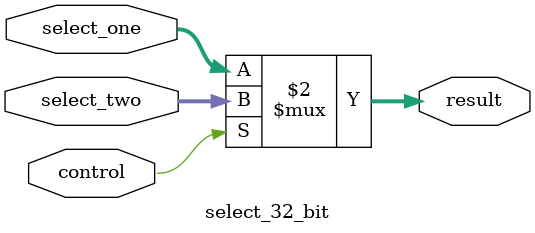
<source format=v>
`timescale 1ns / 1ps


module select_32_bit(
    input control,
    input [31:0] select_one,
    input [31:0] select_two,
    output [31:0] result
    );

    assign result = (control == 1'b0 ? select_one : select_two);
endmodule

</source>
